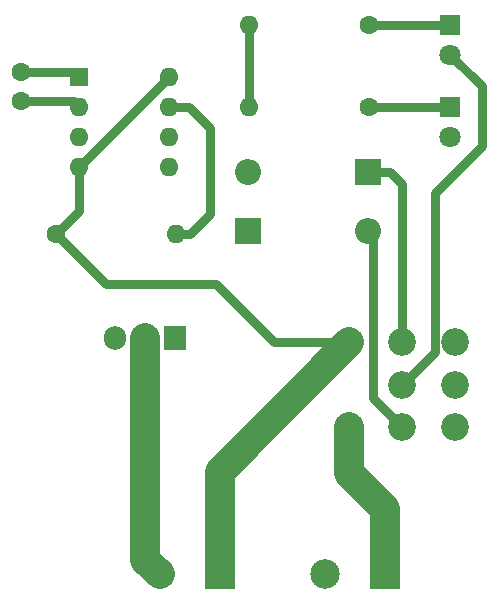
<source format=gbr>
%TF.GenerationSoftware,KiCad,Pcbnew,(6.0.2)*%
%TF.CreationDate,2022-03-20T03:02:45+03:00*%
%TF.ProjectId,NE555_PWM_Driver,4e453535-355f-4505-974d-5f4472697665,rev?*%
%TF.SameCoordinates,Original*%
%TF.FileFunction,Copper,L1,Top*%
%TF.FilePolarity,Positive*%
%FSLAX46Y46*%
G04 Gerber Fmt 4.6, Leading zero omitted, Abs format (unit mm)*
G04 Created by KiCad (PCBNEW (6.0.2)) date 2022-03-20 03:02:45*
%MOMM*%
%LPD*%
G01*
G04 APERTURE LIST*
%TA.AperFunction,ComponentPad*%
%ADD10R,2.500000X2.500000*%
%TD*%
%TA.AperFunction,ComponentPad*%
%ADD11C,2.500000*%
%TD*%
%TA.AperFunction,ComponentPad*%
%ADD12R,1.800000X1.800000*%
%TD*%
%TA.AperFunction,ComponentPad*%
%ADD13C,1.800000*%
%TD*%
%TA.AperFunction,ComponentPad*%
%ADD14C,1.600000*%
%TD*%
%TA.AperFunction,ComponentPad*%
%ADD15O,1.600000X1.600000*%
%TD*%
%TA.AperFunction,ComponentPad*%
%ADD16R,2.200000X2.200000*%
%TD*%
%TA.AperFunction,ComponentPad*%
%ADD17O,2.200000X2.200000*%
%TD*%
%TA.AperFunction,ComponentPad*%
%ADD18R,1.600000X1.600000*%
%TD*%
%TA.AperFunction,ComponentPad*%
%ADD19R,1.905000X2.000000*%
%TD*%
%TA.AperFunction,ComponentPad*%
%ADD20O,1.905000X2.000000*%
%TD*%
%TA.AperFunction,ComponentPad*%
%ADD21C,2.340000*%
%TD*%
%TA.AperFunction,Conductor*%
%ADD22C,0.750000*%
%TD*%
%TA.AperFunction,Conductor*%
%ADD23C,2.500000*%
%TD*%
G04 APERTURE END LIST*
D10*
%TO.P,J1,1,Pin_1*%
%TO.N,Net-(J1-Pad1)*%
X186545000Y-120000000D03*
D11*
%TO.P,J1,2,Pin_2*%
%TO.N,GND*%
X181465000Y-120000000D03*
%TD*%
D12*
%TO.P,D4,1,K*%
%TO.N,Net-(D4-Pad1)*%
X192080000Y-80500000D03*
D13*
%TO.P,D4,2,A*%
%TO.N,VCC*%
X192080000Y-83040000D03*
%TD*%
D14*
%TO.P,R2,1*%
%TO.N,VCC*%
X158670000Y-91250000D03*
D15*
%TO.P,R2,2*%
%TO.N,Net-(R2-Pad2)*%
X168830000Y-91250000D03*
%TD*%
D14*
%TO.P,R4,1*%
%TO.N,Net-(D4-Pad1)*%
X185160000Y-80500000D03*
D15*
%TO.P,R4,2*%
%TO.N,GND*%
X175000000Y-80500000D03*
%TD*%
D12*
%TO.P,D3,1,K*%
%TO.N,Net-(D3-Pad1)*%
X192080000Y-73500000D03*
D13*
%TO.P,D3,2,A*%
%TO.N,OUT*%
X192080000Y-76040000D03*
%TD*%
D16*
%TO.P,D1,1,K*%
%TO.N,pin_2*%
X174920000Y-91000000D03*
D17*
%TO.P,D1,2,A*%
%TO.N,Net-(D1-Pad2)*%
X185080000Y-91000000D03*
%TD*%
D18*
%TO.P,U1,1,GND*%
%TO.N,GND*%
X160670000Y-77920000D03*
D15*
%TO.P,U1,2,TR*%
%TO.N,pin_2*%
X160670000Y-80460000D03*
%TO.P,U1,3,Q*%
%TO.N,OUT*%
X160670000Y-83000000D03*
%TO.P,U1,4,R*%
%TO.N,VCC*%
X160670000Y-85540000D03*
%TO.P,U1,5,CV*%
%TO.N,unconnected-(U1-Pad5)*%
X168290000Y-85540000D03*
%TO.P,U1,6,THR*%
%TO.N,pin_2*%
X168290000Y-83000000D03*
%TO.P,U1,7,DIS*%
%TO.N,Net-(R2-Pad2)*%
X168290000Y-80460000D03*
%TO.P,U1,8,VCC*%
%TO.N,VCC*%
X168290000Y-77920000D03*
%TD*%
D19*
%TO.P,Q1,1,G*%
%TO.N,OUT*%
X168790000Y-100055000D03*
D20*
%TO.P,Q1,2,D*%
%TO.N,Net-(J2-Pad2)*%
X166250000Y-100055000D03*
%TO.P,Q1,3,S*%
%TO.N,GND*%
X163710000Y-100055000D03*
%TD*%
D21*
%TO.P,R1,1,1*%
%TO.N,unconnected-(R1-Pad1)*%
X192500000Y-107600000D03*
%TO.P,R1,2,2*%
%TO.N,unconnected-(R1-Pad2)*%
X192500000Y-104000000D03*
%TO.P,R1,3,3*%
%TO.N,unconnected-(R1-Pad3)*%
X192500000Y-100400000D03*
%TO.P,R1,4,4*%
%TO.N,Net-(D1-Pad2)*%
X188000000Y-107600000D03*
%TO.P,R1,5,5*%
%TO.N,OUT*%
X188000000Y-104000000D03*
%TO.P,R1,6,6*%
%TO.N,Net-(D2-Pad1)*%
X188000000Y-100400000D03*
%TO.P,R1,7*%
%TO.N,Net-(J1-Pad1)*%
X183500000Y-107600000D03*
%TO.P,R1,8*%
%TO.N,VCC*%
X183500000Y-100400000D03*
%TD*%
D14*
%TO.P,C1,1*%
%TO.N,pin_2*%
X155750000Y-80000000D03*
%TO.P,C1,2*%
%TO.N,GND*%
X155750000Y-77500000D03*
%TD*%
D10*
%TO.P,J2,1,Pin_1*%
%TO.N,VCC*%
X172545000Y-120000000D03*
D11*
%TO.P,J2,2,Pin_2*%
%TO.N,Net-(J2-Pad2)*%
X167465000Y-120000000D03*
%TD*%
D16*
%TO.P,D2,1,K*%
%TO.N,Net-(D2-Pad1)*%
X185080000Y-86000000D03*
D17*
%TO.P,D2,2,A*%
%TO.N,pin_2*%
X174920000Y-86000000D03*
%TD*%
D14*
%TO.P,R3,1*%
%TO.N,Net-(D3-Pad1)*%
X185160000Y-73500000D03*
D15*
%TO.P,R3,2*%
%TO.N,GND*%
X175000000Y-73500000D03*
%TD*%
D22*
%TO.N,pin_2*%
X155750000Y-80000000D02*
X160210000Y-80000000D01*
X160210000Y-80000000D02*
X160670000Y-80460000D01*
%TO.N,GND*%
X160250000Y-77500000D02*
X160670000Y-77920000D01*
X155750000Y-77500000D02*
X160250000Y-77500000D01*
X175000000Y-73500000D02*
X175000000Y-80500000D01*
%TO.N,Net-(D1-Pad2)*%
X185500000Y-91420000D02*
X185500000Y-105100000D01*
X185080000Y-91000000D02*
X185500000Y-91420000D01*
X185500000Y-105100000D02*
X188000000Y-107600000D01*
%TO.N,Net-(D2-Pad1)*%
X188000000Y-87000000D02*
X188000000Y-100400000D01*
X187000000Y-86000000D02*
X188000000Y-87000000D01*
X185080000Y-86000000D02*
X187000000Y-86000000D01*
%TO.N,Net-(D3-Pad1)*%
X185160000Y-73500000D02*
X192080000Y-73500000D01*
%TO.N,OUT*%
X188000000Y-104000000D02*
X190755489Y-101244511D01*
X194750000Y-78710000D02*
X192080000Y-76040000D01*
X194750000Y-83750000D02*
X194750000Y-78710000D01*
X190755489Y-87744511D02*
X194750000Y-83750000D01*
X190755489Y-101244511D02*
X190755489Y-87744511D01*
%TO.N,Net-(D4-Pad1)*%
X185160000Y-80500000D02*
X192080000Y-80500000D01*
%TO.N,VCC*%
X160670000Y-85540000D02*
X168290000Y-77920000D01*
X177150000Y-100400000D02*
X183500000Y-100400000D01*
X160670000Y-89250000D02*
X158670000Y-91250000D01*
X162920000Y-95500000D02*
X158670000Y-91250000D01*
X172250000Y-95500000D02*
X162920000Y-95500000D01*
D23*
X172545000Y-111355000D02*
X172545000Y-120000000D01*
D22*
X172250000Y-95500000D02*
X177150000Y-100400000D01*
X160670000Y-85540000D02*
X160670000Y-89250000D01*
D23*
X183500000Y-100400000D02*
X172545000Y-111355000D01*
%TO.N,Net-(J1-Pad1)*%
X183500000Y-111500000D02*
X186545000Y-114545000D01*
X186545000Y-114545000D02*
X186545000Y-120000000D01*
X183500000Y-107600000D02*
X183500000Y-111500000D01*
%TO.N,Net-(J2-Pad2)*%
X166250000Y-100055000D02*
X166250000Y-118785000D01*
X166250000Y-118785000D02*
X167465000Y-120000000D01*
D22*
%TO.N,Net-(R2-Pad2)*%
X170000000Y-91250000D02*
X168830000Y-91250000D01*
X168290000Y-80460000D02*
X169960000Y-80460000D01*
X171750000Y-82250000D02*
X171750000Y-89500000D01*
X169960000Y-80460000D02*
X171750000Y-82250000D01*
X171750000Y-89500000D02*
X170000000Y-91250000D01*
%TD*%
M02*

</source>
